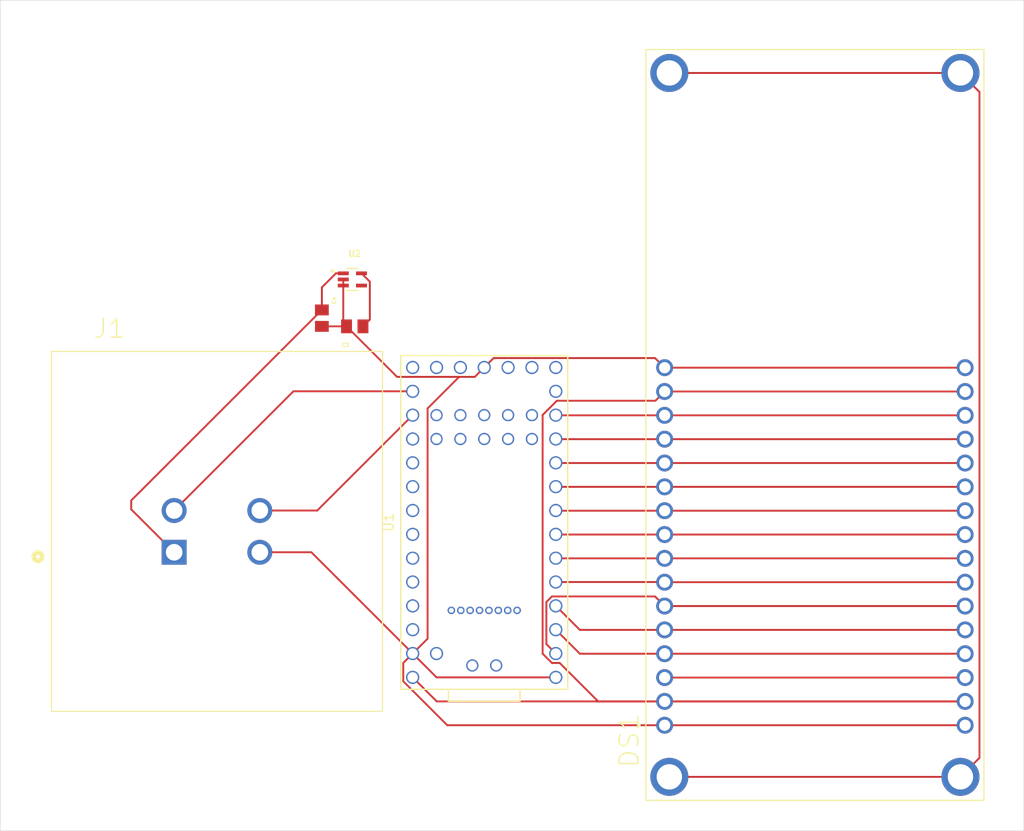
<source format=kicad_pcb>
(kicad_pcb (version 20241229) (generator "pcbnew") (generator_version "9.0")
  (layers (0 "F.Cu" signal) (2 "B.Cu" signal) (13 "F.Paste" user) (15 "B.Paste" user) (5 "F.SilkS" user "F.Silkscreen") (7 "B.SilkS" user "B.Silkscreen") (1 "F.Mask" user) (3 "B.Mask" user) (25 "Edge.Cuts" user))
  (net 0 "")
  (net 1 "+1.3V")
  (net 2 "GND")
  (net 3 "+12V")
  (net 4 "Net-(U1-0_RX1_CRX2_CS1)")
  (net 5 "Net-(DS1-SHIELD-PadS1)")
  (net 6 "Net-(U1-2_OUT2)")
  (net 7 "Net-(U1-4_BCLK2)")
  (net 8 "Net-(U1-5_IN2)")
  (net 9 "Net-(U1-3_LRCLK2)")
  (net 10 "Net-(U1-6_OUT1D)")
  (net 11 "Net-(U1-1_TX1_CTX2_MISO1)")
  (net 12 "Net-(U1-10_CS_MQSR)")
  (net 13 "Net-(U1-8_TX2_IN1)")
  (net 14 "+5V")
  (net 15 "Net-(U1-9_OUT1C)")
  (net 16 "Net-(DS1-V0-Pad3_1)")
  (net 17 "Net-(U1-7_RX2_OUT1A)")
  (net 18 "Net-(U1-15_A1_RX3_SPDIF_IN)")
  (net 19 "Net-(U1-14_A0_TX3_SPDIF_OUT)")
  (footprint "NHD-0216K1Z-NSW-BBW-L:NHD_NHD-0216K1Z-NSW-BBW-L" (layer "F.Cu") (at 167 94.25 90)
    (property "Reference" "DS1" (at -33.65 -19.77 90) (layer "F.SilkS") (effects (font (size 2 2))))
    (property "Value" "NHD-0216K1Z-NSW-BBW-L")
    (fp_line (start 40 -18) (end 40 18) (stroke (width 0.127)) (layer "F.SilkS"))
    (fp_line (start -40 -18) (end 40 -18) (stroke (width 0.127)) (layer "F.SilkS"))
    (fp_line (start 40 18) (end -40 18) (stroke (width 0.127)) (layer "F.SilkS"))
    (fp_line (start -40 18) (end -40 -18) (stroke (width 0.127)) (layer "F.SilkS"))
    (fp_circle (center -32 -18.75) (end -31.9 -18.75) (stroke (width 0.2)) (fill no) (layer "F.SilkS"))
    (pad "1_1" thru_hole circle (at -32 -16 90) (size 1.8 1.8) (drill 1.2) (layers "*.Cu" "*.Mask") (net 2 "GND"))
    (pad "1_2" thru_hole circle (at -32 16 90) (size 1.8 1.8) (drill 1.2) (layers "*.Cu" "*.Mask") (net 2 "GND"))
    (pad "2_1" thru_hole circle (at -29.46 -16 90) (size 1.8 1.8) (drill 1.2) (layers "*.Cu" "*.Mask") (net 14 "+5V"))
    (pad "2_2" thru_hole circle (at -29.46 16 90) (size 1.8 1.8) (drill 1.2) (layers "*.Cu" "*.Mask") (net 14 "+5V"))
    (pad "3_1" thru_hole circle (at -26.92 -16 90) (size 1.8 1.8) (drill 1.2) (layers "*.Cu" "*.Mask") (net 16 "Net-(DS1-V0-Pad3_1)"))
    (pad "3_2" thru_hole circle (at -26.92 16 90) (size 1.8 1.8) (drill 1.2) (layers "*.Cu" "*.Mask") (net 16 "Net-(DS1-V0-Pad3_1)"))
    (pad "4_1" thru_hole circle (at -24.38 -16 90) (size 1.8 1.8) (drill 1.2) (layers "*.Cu" "*.Mask") (net 11 "Net-(U1-1_TX1_CTX2_MISO1)"))
    (pad "4_2" thru_hole circle (at -24.38 16 90) (size 1.8 1.8) (drill 1.2) (layers "*.Cu" "*.Mask") (net 11 "Net-(U1-1_TX1_CTX2_MISO1)"))
    (pad "5_1" thru_hole circle (at -21.84 -16 90) (size 1.8 1.8) (drill 1.2) (layers "*.Cu" "*.Mask") (net 6 "Net-(U1-2_OUT2)"))
    (pad "5_2" thru_hole circle (at -21.84 16 90) (size 1.8 1.8) (drill 1.2) (layers "*.Cu" "*.Mask") (net 6 "Net-(U1-2_OUT2)"))
    (pad "6_1" thru_hole circle (at -19.3 -16 90) (size 1.8 1.8) (drill 1.2) (layers "*.Cu" "*.Mask") (net 4 "Net-(U1-0_RX1_CRX2_CS1)"))
    (pad "6_2" thru_hole circle (at -19.3 16 90) (size 1.8 1.8) (drill 1.2) (layers "*.Cu" "*.Mask") (net 4 "Net-(U1-0_RX1_CRX2_CS1)"))
    (pad "7_1" thru_hole circle (at -16.76 -16 90) (size 1.8 1.8) (drill 1.2) (layers "*.Cu" "*.Mask") (net 9 "Net-(U1-3_LRCLK2)"))
    (pad "7_2" thru_hole circle (at -16.76 16 90) (size 1.8 1.8) (drill 1.2) (layers "*.Cu" "*.Mask") (net 9 "Net-(U1-3_LRCLK2)"))
    (pad "8_1" thru_hole circle (at -14.22 -16 90) (size 1.8 1.8) (drill 1.2) (layers "*.Cu" "*.Mask") (net 7 "Net-(U1-4_BCLK2)"))
    (pad "8_2" thru_hole circle (at -14.22 16 90) (size 1.8 1.8) (drill 1.2) (layers "*.Cu" "*.Mask") (net 7 "Net-(U1-4_BCLK2)"))
    (pad "9_1" thru_hole circle (at -11.68 -16 90) (size 1.8 1.8) (drill 1.2) (layers "*.Cu" "*.Mask") (net 8 "Net-(U1-5_IN2)"))
    (pad "9_2" thru_hole circle (at -11.68 16 90) (size 1.8 1.8) (drill 1.2) (layers "*.Cu" "*.Mask") (net 8 "Net-(U1-5_IN2)"))
    (pad "10_1" thru_hole circle (at -9.14 -16 90) (size 1.8 1.8) (drill 1.2) (layers "*.Cu" "*.Mask") (net 10 "Net-(U1-6_OUT1D)"))
    (pad "10_2" thru_hole circle (at -9.14 16 90) (size 1.8 1.8) (drill 1.2) (layers "*.Cu" "*.Mask") (net 10 "Net-(U1-6_OUT1D)"))
    (pad "11_1" thru_hole circle (at -6.6 -16 90) (size 1.8 1.8) (drill 1.2) (layers "*.Cu" "*.Mask") (net 17 "Net-(U1-7_RX2_OUT1A)"))
    (pad "11_2" thru_hole circle (at -6.6 16 90) (size 1.8 1.8) (drill 1.2) (layers "*.Cu" "*.Mask") (net 17 "Net-(U1-7_RX2_OUT1A)"))
    (pad "12_1" thru_hole circle (at -4.06 -16 90) (size 1.8 1.8) (drill 1.2) (layers "*.Cu" "*.Mask") (net 13 "Net-(U1-8_TX2_IN1)"))
    (pad "12_2" thru_hole circle (at -4.06 16 90) (size 1.8 1.8) (drill 1.2) (layers "*.Cu" "*.Mask") (net 13 "Net-(U1-8_TX2_IN1)"))
    (pad "13_1" thru_hole circle (at -1.52 -16 90) (size 1.8 1.8) (drill 1.2) (layers "*.Cu" "*.Mask") (net 15 "Net-(U1-9_OUT1C)"))
    (pad "13_2" thru_hole circle (at -1.52 16 90) (size 1.8 1.8) (drill 1.2) (layers "*.Cu" "*.Mask") (net 15 "Net-(U1-9_OUT1C)"))
    (pad "14_1" thru_hole circle (at 1.02 -16 90) (size 1.8 1.8) (drill 1.2) (layers "*.Cu" "*.Mask") (net 12 "Net-(U1-10_CS_MQSR)"))
    (pad "14_2" thru_hole circle (at 1.02 16 90) (size 1.8 1.8) (drill 1.2) (layers "*.Cu" "*.Mask") (net 12 "Net-(U1-10_CS_MQSR)"))
    (pad "15_1" thru_hole circle (at 3.56 -16 90) (size 1.8 1.8) (drill 1.2) (layers "*.Cu" "*.Mask") (net 14 "+5V"))
    (pad "15_2" thru_hole circle (at 3.56 16 90) (size 1.8 1.8) (drill 1.2) (layers "*.Cu" "*.Mask") (net 14 "+5V"))
    (pad "16_1" thru_hole circle (at 6.1 -16 90) (size 1.8 1.8) (drill 1.2) (layers "*.Cu" "*.Mask") (net 2 "GND"))
    (pad "16_2" thru_hole circle (at 6.1 16 90) (size 1.8 1.8) (drill 1.2) (layers "*.Cu" "*.Mask") (net 2 "GND"))
    (pad "S1" thru_hole circle (at -37.5 15.5 90) (size 4.05 4.05) (drill 2.7) (layers "*.Cu" "*.Mask") (net 5 "Net-(DS1-SHIELD-PadS1)"))
    (pad "S2" thru_hole circle (at 37.5 15.5 90) (size 4.05 4.05) (drill 2.7) (layers "*.Cu" "*.Mask") (net 5 "Net-(DS1-SHIELD-PadS1)"))
    (pad "S3" thru_hole circle (at -37.5 -15.5 90) (size 4.05 4.05) (drill 2.7) (layers "*.Cu" "*.Mask") (net 5 "Net-(DS1-SHIELD-PadS1)"))
    (pad "S4" thru_hole circle (at 37.5 -15.5 90) (size 4.05 4.05) (drill 2.7) (layers "*.Cu" "*.Mask") (net 5 "Net-(DS1-SHIELD-PadS1)"))
  )
  (footprint "DT15-4P:TE_DT15-4P" (layer "F.Cu") (at 103.33 105.595)
    (property "Reference" "J1" (at -11.44235 -21.61327 0) (layer "F.SilkS") (effects (font (size 2.002157 2.002157))))
    (property "Value" "DT15-4P")
    (fp_line (start -17.625 -19.175) (end -17.625 19.175) (stroke (width 0.127)) (layer "F.SilkS"))
    (fp_line (start -17.625 19.175) (end 17.625 19.175) (stroke (width 0.127)) (layer "F.SilkS"))
    (fp_line (start 17.625 -19.175) (end -17.625 -19.175) (stroke (width 0.127)) (layer "F.SilkS"))
    (fp_line (start 17.625 19.175) (end 17.625 -19.175) (stroke (width 0.127)) (layer "F.SilkS"))
    (fp_circle (center -19.05 2.7) (end -18.85 2.7) (stroke (width 0.5)) (fill no) (layer "F.SilkS"))
    (pad "" np_thru_hole circle (at -10.67 -8.645) (size 2.99 2.99) (drill 2.99) (layers "*.Cu" "*.Mask"))
    (pad "" np_thru_hole circle (at -10.67 8.655) (size 2.99 2.99) (drill 2.99) (layers "*.Cu" "*.Mask"))
    (pad "" np_thru_hole circle (at 10.67 -8.645) (size 2.99 2.99) (drill 2.99) (layers "*.Cu" "*.Mask"))
    (pad "" np_thru_hole circle (at 10.67 8.655) (size 2.99 2.99) (drill 2.99) (layers "*.Cu" "*.Mask"))
    (pad "1" thru_hole rect (at -4.56 2.225) (size 2.655 2.655) (drill 1.77) (layers "*.Cu" "*.Mask") (net 3 "+12V"))
    (pad "2" thru_hole circle (at -4.56 -2.225) (size 2.655 2.655) (drill 1.77) (layers "*.Cu" "*.Mask") (net 19 "Net-(U1-14_A0_TX3_SPDIF_OUT)"))
    (pad "3" thru_hole circle (at 4.56 -2.225) (size 2.655 2.655) (drill 1.77) (layers "*.Cu" "*.Mask") (net 18 "Net-(U1-15_A1_RX3_SPDIF_IN)"))
    (pad "4" thru_hole circle (at 4.56 2.225) (size 2.655 2.655) (drill 1.77) (layers "*.Cu" "*.Mask") (net 2 "GND"))
  )
  (footprint "C0805C104Z3VACTU:CAPC2012X88N" (layer "F.Cu") (at 114.5 82.875 -90)
    (property "Reference" "C4" (at -1.875 -1.32 90) (layer "F.SilkS") (effects (font (size 0.393701 0.393701))))
    (property "Value" "C0805C104Z3VACTU")
    (pad "1" smd rect (at -0.875 0 270) (size 1.16 1.47) (layers "F.Cu" "F.Mask" "F.Paste") (net 3 "+12V"))
    (pad "2" smd rect (at 0.875 0 270) (size 1.16 1.47) (layers "F.Cu" "F.Mask" "F.Paste") (net 2 "GND"))
  )
  (footprint "MIC5365-1.3YC5-TR:SOT65P210X110-5N" (layer "F.Cu") (at 117.75 78.75)
    (property "Reference" "U2" (at 0.232 -2.75 0) (layer "F.SilkS") (effects (font (size 0.64 0.64))))
    (property "Value" "MIC5365-1.3YC5-TR")
    (fp_line (start -0.625 1.17) (end 0.625 1.17) (stroke (width 0.127)) (layer "F.SilkS"))
    (fp_line (start 0.625 -1.17) (end -0.625 -1.17) (stroke (width 0.127)) (layer "F.SilkS"))
    (fp_circle (center -2.1 -0.9) (end -2 -0.9) (stroke (width 0.2)) (fill no) (layer "F.SilkS"))
    (pad "1" smd rect (at -0.97 -0.65) (size 1.17 0.4) (layers "F.Cu" "F.Mask" "F.Paste") (net 3 "+12V"))
    (pad "2" smd rect (at -0.97 0) (size 1.17 0.4) (layers "F.Cu" "F.Mask" "F.Paste") (net 2 "GND"))
    (pad "3" smd rect (at -0.97 0.65) (size 1.17 0.4) (layers "F.Cu" "F.Mask" "F.Paste") (net 2 "GND"))
    (pad "4" smd rect (at 0.97 0.65) (size 1.17 0.4) (layers "F.Cu" "F.Mask" "F.Paste"))
    (pad "5" smd rect (at 0.97 -0.65) (size 1.17 0.4) (layers "F.Cu" "F.Mask" "F.Paste") (net 1 "+1.3V"))
  )
  (footprint "teensy.pretty-master:Teensy40_SMT" (layer "F.Cu") (at 131.79 104.64 90)
    (property "Reference" "U1" (at 0 -10.16 90) (layer "F.SilkS"))
    (property "Value" "Teensy4.0")
    (fp_line (start 17.78 -8.89) (end -17.78 -8.89) (stroke (width 0.15)) (layer "F.SilkS"))
    (fp_line (start -17.78 -8.89) (end -17.78 8.89) (stroke (width 0.15)) (layer "F.SilkS"))
    (fp_line (start -17.78 -3.81) (end -19.05 -3.81) (stroke (width 0.15)) (layer "F.SilkS"))
    (fp_line (start -19.05 -3.81) (end -19.05 3.81) (stroke (width 0.15)) (layer "F.SilkS"))
    (fp_line (start -19.05 3.81) (end -17.78 3.81) (stroke (width 0.15)) (layer "F.SilkS"))
    (fp_line (start 17.78 8.89) (end 17.78 -8.89) (stroke (width 0.15)) (layer "F.SilkS"))
    (fp_line (start -17.78 8.89) (end 17.78 8.89) (stroke (width 0.15)) (layer "F.SilkS"))
    (pad "1" thru_hole circle (at -16.51 7.62 90) (size 1.404 1.404) (drill 1.1) (layers "*.Cu" "*.Mask") (net 2 "GND"))
    (pad "2" thru_hole circle (at -13.97 7.62 90) (size 1.404 1.404) (drill 1.1) (layers "*.Cu" "*.Mask") (net 4 "Net-(U1-0_RX1_CRX2_CS1)"))
    (pad "3" thru_hole circle (at -11.43 7.62 90) (size 1.404 1.404) (drill 1.1) (layers "*.Cu" "*.Mask") (net 11 "Net-(U1-1_TX1_CTX2_MISO1)"))
    (pad "4" thru_hole circle (at -8.89 7.62 90) (size 1.404 1.404) (drill 1.1) (layers "*.Cu" "*.Mask") (net 6 "Net-(U1-2_OUT2)"))
    (pad "5" thru_hole circle (at -6.35 7.62 90) (size 1.404 1.404) (drill 1.1) (layers "*.Cu" "*.Mask") (net 9 "Net-(U1-3_LRCLK2)"))
    (pad "6" thru_hole circle (at -3.81 7.62 90) (size 1.404 1.404) (drill 1.1) (layers "*.Cu" "*.Mask") (net 7 "Net-(U1-4_BCLK2)"))
    (pad "7" thru_hole circle (at -1.27 7.62 90) (size 1.404 1.404) (drill 1.1) (layers "*.Cu" "*.Mask") (net 8 "Net-(U1-5_IN2)"))
    (pad "8" thru_hole circle (at 1.27 7.62 90) (size 1.404 1.404) (drill 1.1) (layers "*.Cu" "*.Mask") (net 10 "Net-(U1-6_OUT1D)"))
    (pad "9" thru_hole circle (at 3.81 7.62 90) (size 1.404 1.404) (drill 1.1) (layers "*.Cu" "*.Mask") (net 17 "Net-(U1-7_RX2_OUT1A)"))
    (pad "10" thru_hole circle (at 6.35 7.62 90) (size 1.404 1.404) (drill 1.1) (layers "*.Cu" "*.Mask") (net 13 "Net-(U1-8_TX2_IN1)"))
    (pad "11" thru_hole circle (at 8.89 7.62 90) (size 1.404 1.404) (drill 1.1) (layers "*.Cu" "*.Mask") (net 15 "Net-(U1-9_OUT1C)"))
    (pad "12" thru_hole circle (at 11.43 7.62 90) (size 1.404 1.404) (drill 1.1) (layers "*.Cu" "*.Mask") (net 12 "Net-(U1-10_CS_MQSR)"))
    (pad "13" thru_hole circle (at 13.97 7.62 90) (size 1.404 1.404) (drill 1.1) (layers "*.Cu" "*.Mask"))
    (pad "14" thru_hole circle (at 16.51 7.62 90) (size 1.404 1.404) (drill 1.1) (layers "*.Cu" "*.Mask"))
    (pad "15" thru_hole circle (at 16.51 5.08 90) (size 1.404 1.404) (drill 1.1) (layers "*.Cu" "*.Mask"))
    (pad "16" thru_hole circle (at 16.51 2.54 90) (size 1.404 1.404) (drill 1.1) (layers "*.Cu" "*.Mask"))
    (pad "17" thru_hole circle (at 16.51 0 90) (size 1.404 1.404) (drill 1.1) (layers "*.Cu" "*.Mask") (net 2 "GND"))
    (pad "18" thru_hole circle (at 16.51 -2.54 90) (size 1.404 1.404) (drill 1.1) (layers "*.Cu" "*.Mask"))
    (pad "19" thru_hole circle (at 16.51 -5.08 90) (size 1.404 1.404) (drill 1.1) (layers "*.Cu" "*.Mask"))
    (pad "20" thru_hole circle (at 16.51 -7.62 90) (size 1.404 1.404) (drill 1.1) (layers "*.Cu" "*.Mask"))
    (pad "21" thru_hole circle (at 13.97 -7.62 90) (size 1.404 1.404) (drill 1.1) (layers "*.Cu" "*.Mask") (net 19 "Net-(U1-14_A0_TX3_SPDIF_OUT)"))
    (pad "22" thru_hole circle (at 11.43 -7.62 90) (size 1.404 1.404) (drill 1.1) (layers "*.Cu" "*.Mask") (net 18 "Net-(U1-15_A1_RX3_SPDIF_IN)"))
    (pad "23" thru_hole circle (at 8.89 -7.62 90) (size 1.404 1.404) (drill 1.1) (layers "*.Cu" "*.Mask"))
    (pad "24" thru_hole circle (at 6.35 -7.62 90) (size 1.404 1.404) (drill 1.1) (layers "*.Cu" "*.Mask"))
    (pad "25" thru_hole circle (at 3.81 -7.62 90) (size 1.404 1.404) (drill 1.1) (layers "*.Cu" "*.Mask"))
    (pad "26" thru_hole circle (at 1.27 -7.62 90) (size 1.404 1.404) (drill 1.1) (layers "*.Cu" "*.Mask"))
    (pad "27" thru_hole circle (at -1.27 -7.62 90) (size 1.404 1.404) (drill 1.1) (layers "*.Cu" "*.Mask"))
    (pad "28" thru_hole circle (at -3.81 -7.62 90) (size 1.404 1.404) (drill 1.1) (layers "*.Cu" "*.Mask"))
    (pad "29" thru_hole circle (at -6.35 -7.62 90) (size 1.404 1.404) (drill 1.1) (layers "*.Cu" "*.Mask"))
    (pad "30" thru_hole circle (at -8.89 -7.62 90) (size 1.404 1.404) (drill 1.1) (layers "*.Cu" "*.Mask"))
    (pad "31" thru_hole circle (at -11.43 -7.62 90) (size 1.404 1.404) (drill 1.1) (layers "*.Cu" "*.Mask"))
    (pad "32" thru_hole circle (at -13.97 -7.62 90) (size 1.404 1.404) (drill 1.1) (layers "*.Cu" "*.Mask") (net 2 "GND"))
    (pad "33" thru_hole circle (at -16.51 -7.62 90) (size 1.404 1.404) (drill 1.1) (layers "*.Cu" "*.Mask") (net 14 "+5V"))
    (pad "34" thru_hole circle (at -13.97 -5.08 90) (size 1.404 1.404) (drill 1.1) (layers "*.Cu" "*.Mask"))
    (pad "35" thru_hole circle (at 11.43 -5.08 90) (size 1.304 1.304) (drill 1) (layers "*.Cu" "*.Mask"))
    (pad "36" thru_hole circle (at 8.89 -5.08 90) (size 1.304 1.304) (drill 1) (layers "*.Cu" "*.Mask"))
    (pad "37" thru_hole circle (at 11.43 -2.54 90) (size 1.304 1.304) (drill 1) (layers "*.Cu" "*.Mask"))
    (pad "38" thru_hole circle (at 8.89 -2.54 90) (size 1.304 1.304) (drill 1) (layers "*.Cu" "*.Mask"))
    (pad "39" thru_hole circle (at 11.43 0 90) (size 1.304 1.304) (drill 1) (layers "*.Cu" "*.Mask"))
    (pad "40" thru_hole circle (at 8.89 0 90) (size 1.304 1.304) (drill 1) (layers "*.Cu" "*.Mask"))
    (pad "41" thru_hole circle (at 11.43 2.54 90) (size 1.304 1.304) (drill 1) (layers "*.Cu" "*.Mask"))
    (pad "42" thru_hole circle (at 8.89 2.54 90) (size 1.304 1.304) (drill 1) (layers "*.Cu" "*.Mask"))
    (pad "43" thru_hole circle (at 11.43 5.08 90) (size 1.304 1.304) (drill 1) (layers "*.Cu" "*.Mask"))
    (pad "44" thru_hole circle (at 8.89 5.08 90) (size 1.304 1.304) (drill 1) (layers "*.Cu" "*.Mask"))
    (pad "45" thru_hole circle (at -9.3716 -3.5 90) (size 0.804 0.804) (drill 0.5) (layers "*.Cu" "*.Mask"))
    (pad "46" thru_hole circle (at -9.3716 -2.5 90) (size 0.804 0.804) (drill 0.5) (layers "*.Cu" "*.Mask"))
    (pad "47" thru_hole circle (at -9.3716 -1.5 90) (size 0.804 0.804) (drill 0.5) (layers "*.Cu" "*.Mask"))
    (pad "48" thru_hole circle (at -9.3716 -0.5 90) (size 0.804 0.804) (drill 0.5) (layers "*.Cu" "*.Mask"))
    (pad "49" thru_hole circle (at -9.3716 0.5 90) (size 0.804 0.804) (drill 0.5) (layers "*.Cu" "*.Mask"))
    (pad "50" thru_hole circle (at -9.3716 1.5 90) (size 0.804 0.804) (drill 0.5) (layers "*.Cu" "*.Mask"))
    (pad "51" thru_hole circle (at -9.3716 2.5 90) (size 0.804 0.804) (drill 0.5) (layers "*.Cu" "*.Mask"))
    (pad "52" thru_hole circle (at -9.3716 3.5 90) (size 0.804 0.804) (drill 0.5) (layers "*.Cu" "*.Mask"))
    (pad "53" thru_hole circle (at -15.24 -1.27 90) (size 1.304 1.304) (drill 1) (layers "*.Cu" "*.Mask"))
    (pad "54" thru_hole circle (at -15.24 1.27 90) (size 1.304 1.304) (drill 1) (layers "*.Cu" "*.Mask"))
  )
  (footprint "C0805C104Z3VACTU:CAPC2012X88N" (layer "F.Cu") (at 118 83.75 180)
    (property "Reference" "C3" (at 1 -2 0) (layer "F.SilkS") (effects (font (size 0.393701 0.393701))))
    (property "Value" "C0805C104Z3VACTU")
    (pad "1" smd rect (at -0.875 0 180) (size 1.16 1.47) (layers "F.Cu" "F.Mask" "F.Paste") (net 1 "+1.3V"))
    (pad "2" smd rect (at 0.875 0 180) (size 1.16 1.47) (layers "F.Cu" "F.Mask" "F.Paste") (net 2 "GND"))
  )
  (gr_rect (start 80.25 49) (end 189.25 137.5) (stroke (width 0.05)) (fill no) (layer "Edge.Cuts"))
  (segment (start 118.72 78.1) (end 119.606 78.986) (width 0.2) (layer "F.Cu") (net 1))
  (segment (start 119.606 83.019) (end 118.875 83.75) (width 0.2) (layer "F.Cu") (net 1))
  (segment (start 119.606 78.986) (end 119.606 83.019) (width 0.2) (layer "F.Cu") (net 1))
  (segment (start 125.757 117.023) (end 125.757 92.493) (width 0.2) (layer "F.Cu") (net 2))
  (segment (start 129.117 89.133) (end 130.787 89.133) (width 0.2) (layer "F.Cu") (net 2))
  (segment (start 132.793 87.127) (end 131.79 88.13) (width 0.2) (layer "F.Cu") (net 2))
  (segment (start 116.78 79.4) (end 116.78 83.405) (width 0.2) (layer "F.Cu") (net 2))
  (segment (start 125.757 92.493) (end 129.117 89.133) (width 0.2) (layer "F.Cu") (net 2))
  (segment (start 151 88.15) (end 149.977 87.127) (width 0.2) (layer "F.Cu") (net 2))
  (segment (start 123.167 121.565457) (end 123.167 119.613) (width 0.2) (layer "F.Cu") (net 2))
  (segment (start 114.5 83.75) (end 117.125 83.75) (width 0.2) (layer "F.Cu") (net 2))
  (segment (start 116.78 83.405) (end 117.125 83.75) (width 0.2) (layer "F.Cu") (net 2))
  (segment (start 130.787 89.133) (end 131.79 88.13) (width 0.2) (layer "F.Cu") (net 2))
  (segment (start 139.41 121.15) (end 126.71 121.15) (width 0.2) (layer "F.Cu") (net 2))
  (segment (start 127.851543 126.25) (end 123.167 121.565457) (width 0.2) (layer "F.Cu") (net 2))
  (segment (start 122.508 89.133) (end 117.125 83.75) (width 0.2) (layer "F.Cu") (net 2))
  (segment (start 183 126.25) (end 151 126.25) (width 0.2) (layer "F.Cu") (net 2))
  (segment (start 123.167 119.613) (end 124.17 118.61) (width 0.2) (layer "F.Cu") (net 2))
  (segment (start 116.78 78.75) (end 116.78 79.4) (width 0.2) (layer "F.Cu") (net 2))
  (segment (start 151 126.25) (end 127.851543 126.25) (width 0.2) (layer "F.Cu") (net 2))
  (segment (start 149.977 87.127) (end 132.793 87.127) (width 0.2) (layer "F.Cu") (net 2))
  (segment (start 126.71 121.15) (end 124.17 118.61) (width 0.2) (layer "F.Cu") (net 2))
  (segment (start 124.17 118.61) (end 125.757 117.023) (width 0.2) (layer "F.Cu") (net 2))
  (segment (start 183 88.15) (end 151 88.15) (width 0.2) (layer "F.Cu") (net 2))
  (segment (start 129.117 89.133) (end 122.508 89.133) (width 0.2) (layer "F.Cu") (net 2))
  (segment (start 107.89 107.82) (end 113.38 107.82) (width 0.2) (layer "F.Cu") (net 2))
  (segment (start 113.38 107.82) (end 124.17 118.61) (width 0.2) (layer "F.Cu") (net 2))
  (segment (start 115.995 78.1) (end 114.5 79.595) (width 0.2) (layer "F.Cu") (net 3))
  (segment (start 116.78 78.1) (end 115.995 78.1) (width 0.2) (layer "F.Cu") (net 3))
  (segment (start 94.2 103.25) (end 98.77 107.82) (width 0.2) (layer "F.Cu") (net 3))
  (segment (start 94.2 102.3) (end 94.2 103.25) (width 0.2) (layer "F.Cu") (net 3))
  (segment (start 114.5 79.595) (end 114.5 82) (width 0.2) (layer "F.Cu") (net 3))
  (segment (start 114.5 82) (end 94.2 102.3) (width 0.2) (layer "F.Cu") (net 3))
  (segment (start 151 113.55) (end 183 113.55) (width 0.2) (layer "F.Cu") (net 4))
  (segment (start 138.407 113.114543) (end 138.994543 112.527) (width 0.2) (layer "F.Cu") (net 4))
  (segment (start 149.977 112.527) (end 151 113.55) (width 0.2) (layer "F.Cu") (net 4))
  (segment (start 138.994543 112.527) (end 149.977 112.527) (width 0.2) (layer "F.Cu") (net 4))
  (segment (start 138.407 117.607) (end 138.407 113.114543) (width 0.2) (layer "F.Cu") (net 4))
  (segment (start 139.41 118.61) (end 138.407 117.607) (width 0.2) (layer "F.Cu") (net 4))
  (segment (start 182.5 131.75) (end 184.525 129.725) (width 0.2) (layer "F.Cu") (net 5))
  (segment (start 182.5 56.75) (end 151.5 56.75) (width 0.2) (layer "F.Cu") (net 5))
  (segment (start 184.525 129.725) (end 184.525 58.775) (width 0.2) (layer "F.Cu") (net 5))
  (segment (start 184.525 58.775) (end 182.5 56.75) (width 0.2) (layer "F.Cu") (net 5))
  (segment (start 151.5 131.75) (end 182.5 131.75) (width 0.2) (layer "F.Cu") (net 5))
  (segment (start 141.97 116.09) (end 139.41 113.53) (width 0.2) (layer "F.Cu") (net 6))
  (segment (start 183 116.09) (end 151 116.09) (width 0.2) (layer "F.Cu") (net 6))
  (segment (start 151 116.09) (end 141.97 116.09) (width 0.2) (layer "F.Cu") (net 6))
  (segment (start 139.43 108.47) (end 139.41 108.45) (width 0.2) (layer "F.Cu") (net 7))
  (segment (start 151 108.47) (end 139.43 108.47) (width 0.2) (layer "F.Cu") (net 7))
  (segment (start 183 108.47) (end 151 108.47) (width 0.2) (layer "F.Cu") (net 7))
  (segment (start 151 105.93) (end 139.43 105.93) (width 0.2) (layer "F.Cu") (net 8))
  (segment (start 183 105.93) (end 151 105.93) (width 0.2) (layer "F.Cu") (net 8))
  (segment (start 139.43 105.93) (end 139.41 105.91) (width 0.2) (layer "F.Cu") (net 8))
  (segment (start 150.98 110.99) (end 151 111.01) (width 0.2) (layer "F.Cu") (net 9))
  (segment (start 139.41 110.99) (end 150.98 110.99) (width 0.2) (layer "F.Cu") (net 9))
  (segment (start 183 111.01) (end 151 111.01) (width 0.2) (layer "F.Cu") (net 9))
  (segment (start 183 103.39) (end 151 103.39) (width 0.2) (layer "F.Cu") (net 10))
  (segment (start 139.43 103.39) (end 139.41 103.37) (width 0.2) (layer "F.Cu") (net 10))
  (segment (start 151 103.39) (end 139.43 103.39) (width 0.2) (layer "F.Cu") (net 10))
  (segment (start 141.97 118.63) (end 139.41 116.07) (width 0.2) (layer "F.Cu") (net 11))
  (segment (start 183 118.63) (end 151 118.63) (width 0.2) (layer "F.Cu") (net 11))
  (segment (start 151 118.63) (end 141.97 118.63) (width 0.2) (layer "F.Cu") (net 11))
  (segment (start 151 93.23) (end 139.43 93.23) (width 0.2) (layer "F.Cu") (net 12))
  (segment (start 151 93.23) (end 183 93.23) (width 0.2) (layer "F.Cu") (net 12))
  (segment (start 139.43 93.23) (end 139.41 93.21) (width 0.2) (layer "F.Cu") (net 12))
  (segment (start 151 98.31) (end 139.43 98.31) (width 0.2) (layer "F.Cu") (net 13))
  (segment (start 183 98.31) (end 151 98.31) (width 0.2) (layer "F.Cu") (net 13))
  (segment (start 139.43 98.31) (end 139.41 98.29) (width 0.2) (layer "F.Cu") (net 13))
  (segment (start 150.017 91.673) (end 151 90.69) (width 0.2) (layer "F.Cu") (net 14))
  (segment (start 138.994543 119.613) (end 138.006 118.624457) (width 0.2) (layer "F.Cu") (net 14))
  (segment (start 138.006 93.195543) (end 139.528543 91.673) (width 0.2) (layer "F.Cu") (net 14))
  (segment (start 183 123.71) (end 143.922457 123.71) (width 0.2) (layer "F.Cu") (net 14))
  (segment (start 139.825457 119.613) (end 138.994543 119.613) (width 0.2) (layer "F.Cu") (net 14))
  (segment (start 139.528543 91.673) (end 150.017 91.673) (width 0.2) (layer "F.Cu") (net 14))
  (segment (start 126.73 123.71) (end 124.17 121.15) (width 0.2) (layer "F.Cu") (net 14))
  (segment (start 151 123.71) (end 183 123.71) (width 0.2) (layer "F.Cu") (net 14))
  (segment (start 151 90.69) (end 183 90.69) (width 0.2) (layer "F.Cu") (net 14))
  (segment (start 151 123.71) (end 126.73 123.71) (width 0.2) (layer "F.Cu") (net 14))
  (segment (start 143.922457 123.71) (end 139.825457 119.613) (width 0.2) (layer "F.Cu") (net 14))
  (segment (start 138.006 118.624457) (end 138.006 93.195543) (width 0.2) (layer "F.Cu") (net 14))
  (segment (start 151 95.77) (end 183 95.77) (width 0.2) (layer "F.Cu") (net 15))
  (segment (start 139.43 95.77) (end 139.41 95.75) (width 0.2) (layer "F.Cu") (net 15))
  (segment (start 151 95.77) (end 139.43 95.77) (width 0.2) (layer "F.Cu") (net 15))
  (segment (start 183 121.17) (end 151 121.17) (width 0.2) (layer "F.Cu") (net 16))
  (segment (start 183 100.85) (end 151 100.85) (width 0.2) (layer "F.Cu") (net 17))
  (segment (start 139.43 100.85) (end 139.41 100.83) (width 0.2) (layer "F.Cu") (net 17))
  (segment (start 151 100.85) (end 139.43 100.85) (width 0.2) (layer "F.Cu") (net 17))
  (segment (start 114.01 103.37) (end 124.17 93.21) (width 0.2) (layer "F.Cu") (net 18))
  (segment (start 107.89 103.37) (end 114.01 103.37) (width 0.2) (layer "F.Cu") (net 18))
  (segment (start 98.77 103.37) (end 111.47 90.67) (width 0.2) (layer "F.Cu") (net 19))
  (segment (start 111.47 90.67) (end 124.17 90.67) (width 0.2) (layer "F.Cu") (net 19))
)
</source>
